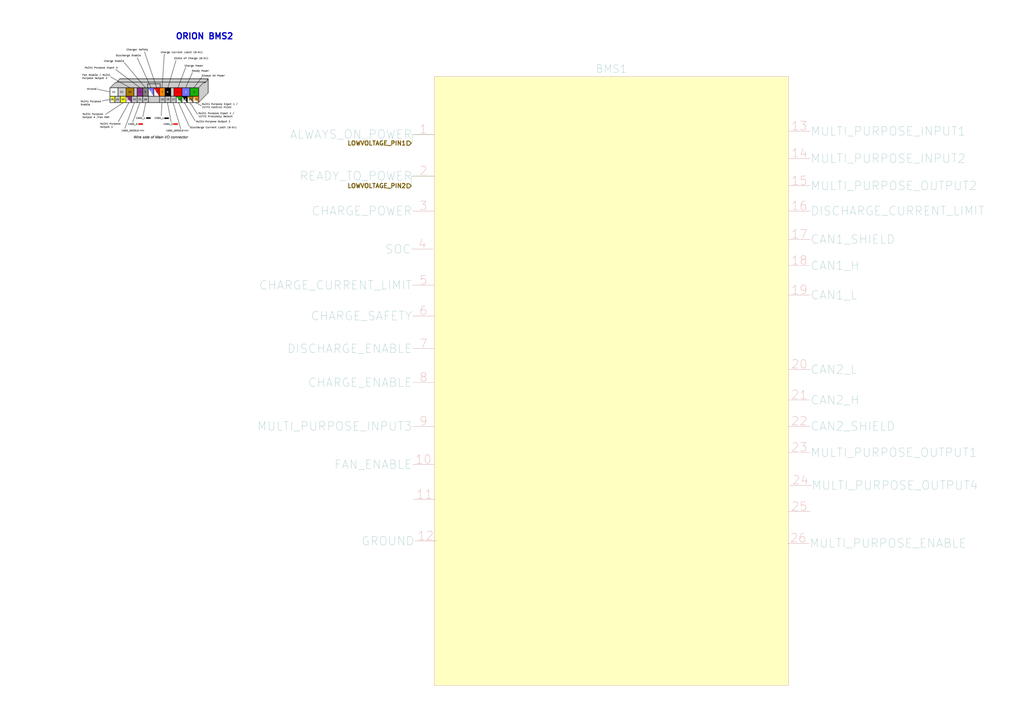
<source format=kicad_sch>
(kicad_sch (version 20231120) (generator "eeschema") (generator_version "8.0")
  (paper "A0")
  (lib_symbols
    (symbol "BMSorion2:BMS"
      (property "Reference" "BMS" (at 0 0 0))
      (symbol "BMS_1_1"
        (rectangle (start -203.2 -5.08) (end 208.28 -712.47) (fill (type background)))
        (pin input line (at -203.2 -72.39 180) (length 25) (name "ALWAYS_ON_POWER") (number "1"))
        (pin output line (at -203.2 -455.93 180) (length 25) (name "FAN_ENABLE") (number "10"))
        (pin input line (at -201.93 -496.57 180) (length 25) (name "") (number "11"))
        (pin input line (at -200.66 -544.83 180) (length 25) (name "GROUND") (number "12"))
        (pin input line (at 208.28 -68.58 0) (length 25) (name "MULTI_PURPOSE_INPUT1") (number "13"))
        (pin input line (at 208.28 -100.33 0) (length 25) (name "MULTI_PURPOSE_INPUT2") (number "14"))
        (pin output line (at 208.28 -132.08 0) (length 25) (name "MULTI_PURPOSE_OUTPUT2") (number "15"))
        (pin input line (at 208.28 -161.29 0) (length 25) (name "DISCHARGE_CURRENT_LIMIT") (number "16"))
        (pin input line (at 208.28 -194.31 0) (length 25) (name "CAN1_SHIELD") (number "17"))
        (pin input line (at 208.28 -224.79 0) (length 25) (name "CAN1_H") (number "18"))
        (pin input line (at 208.28 -259.08 0) (length 25) (name "CAN1_L") (number "19"))
        (pin input line (at -203.2 -120.65 180) (length 25) (name "READY_TO_POWER") (number "2"))
        (pin input line (at 208.28 -345.44 0) (length 25) (name "CAN2_L") (number "20"))
        (pin input line (at 208.28 -381 0) (length 25) (name "CAN2_H") (number "21"))
        (pin input line (at 208.28 -411.48 0) (length 25) (name "CAN2_SHIELD") (number "22"))
        (pin output line (at 208.28 -441.96 0) (length 25) (name "MULTI_PURPOSE_OUTPUT1") (number "23"))
        (pin output line (at 209.55 -480.06 0) (length 25) (name "MULTI_PURPOSE_OUTPUT4") (number "24"))
        (pin output line (at 208.28 -510.54 0) (length 25) (name "") (number "25"))
        (pin output line (at 207.01 -547.37 0) (length 25) (name "MULTI_PURPOSE_ENABLE") (number "26"))
        (pin input line (at -203.2 -161.29 180) (length 25) (name "CHARGE_POWER") (number "3"))
        (pin input line (at -204.47 -205.74 180) (length 25) (name "SOC") (number "4"))
        (pin input line (at -203.2 -247.65 180) (length 25) (name "CHARGE_CURRENT_LIMIT") (number "5"))
        (pin input line (at -203.2 -283.21 180) (length 25) (name "CHARGE_SAFETY") (number "6"))
        (pin input line (at -203.2 -321.31 180) (length 25) (name "DISCHARGE_ENABLE") (number "7"))
        (pin input line (at -203.2 -360.68 180) (length 25) (name "CHARGE_ENABLE") (number "8"))
        (pin input line (at -203.2 -411.48 180) (length 25) (name "MULTI_PURPOSE_INPUT3") (number "9"))
      )
    )
  )
  (wire (pts (xy 477.52 215.9) (xy 477.52 204.47)))
  (wire (pts (xy 477.52 166.37) (xy 478.79 166.37)))
  (wire (pts (xy 478.79 166.37) (xy 478.79 156.21)))
  (wire (pts (xy 478.79 156.21) (xy 504.19 156.21)))
  (wire (pts (xy 477.52 204.47) (xy 504.19 204.47)))
  (image (at 180.34 106.68))
  (text "ORION BMS2" (at 237.49 42.164 0) (effects (font (size 7 7) (thickness 1.4) (bold yes))))
  (hierarchical_label "LOWVOLTAGE_PIN1" (shape input) (at 477.52 166.37 180) (effects (font (size 5 5) (bold yes))))
  (hierarchical_label "LOWVOLTAGE_PIN2" (shape input) (at 477.52 215.9 180) (effects (font (size 5 5) (bold yes))))
  (symbol (lib_id "BMSorion2:BMS") (at 707.39 83.82 0) (unit 1)
    (property "Reference" "BMS1" (at 709.93 80.01 0) (effects (font (size 9 9))))
    (property "Value" "~" (at 709.93 88.9 0))
  )
)
</source>
